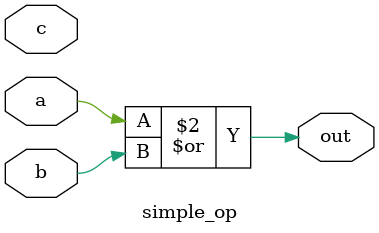
<source format=v>
module simple_op(a,b,c,out);
    input  a;
    input  b;
	 input  c;
    output reg out;

    always @(a or b or c) begin
        out = a | b;
    end
endmodule 
</source>
